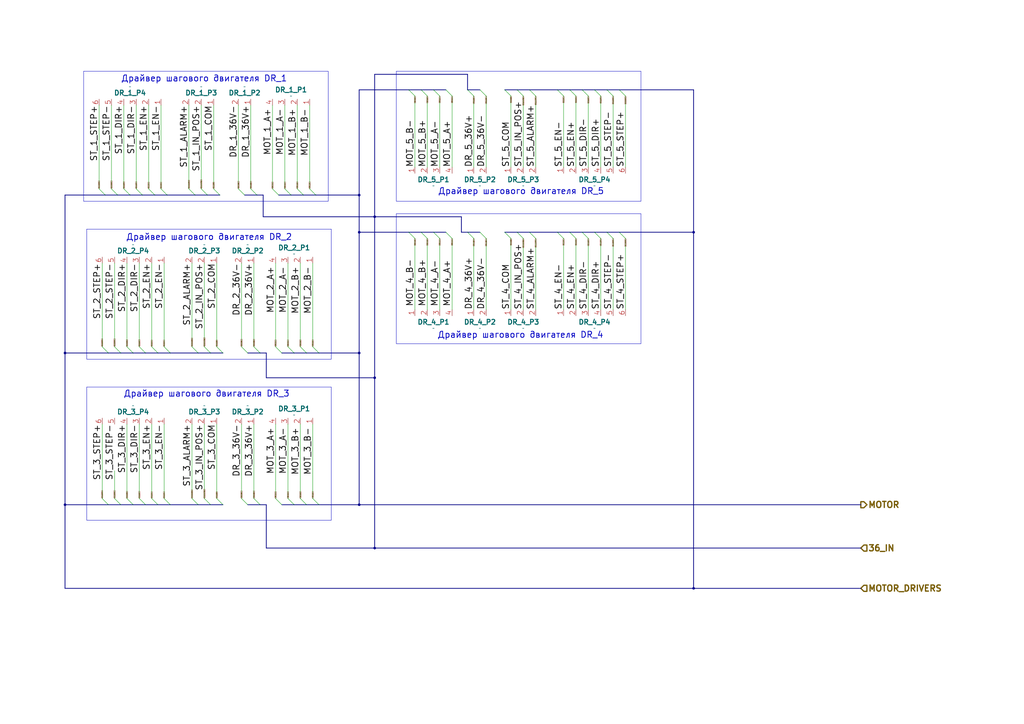
<source format=kicad_sch>
(kicad_sch (version 20250114) (generator "eeschema") (generator_version "9.0")
  (paper "A3")
  (lib_symbols
    (symbol "Conn_01x04_(wide)_1"
      (property "Reference" "J" (at 0 0 0))
      (symbol "Conn_01x04_(wide)_1_1_1"
        (pin input line (at -2.54 -5.08 0) (length 2.54) (name "") (number "1"))
        (pin input line (at -2.54 -10.16 0) (length 2.54) (name "") (number "2"))
        (pin input line (at -2.54 -15.24 0) (length 2.54) (name "") (number "3"))
        (pin input line (at -2.54 -20.32 0) (length 2.54) (name "") (number "4"))
      )
    )
    (symbol "Connector:Conn_01x02_(wide)"
      (property "Reference" "J" (at 0 0 0))
      (symbol "Conn_01x02_(wide)_1_1"
        (pin input line (at -2.54 -5.08 0) (length 2.54) (name "") (number "1"))
        (pin input line (at -2.54 -10.16 0) (length 2.54) (name "") (number "2"))
      )
    )
    (symbol "Connector:Conn_01x03_(wide)"
      (property "Reference" "J" (at 0 0 0))
      (symbol "Conn_01x03_(wide)_1_1"
        (pin input line (at -2.54 -5.08 0) (length 2.54) (name "") (number "1"))
        (pin input line (at -2.54 -10.16 0) (length 2.54) (name "") (number "2"))
        (pin input line (at -2.54 -15.24 0) (length 2.54) (name "") (number "2"))
      )
    )
    (symbol "Connector:Conn_01x06_(wide)"
      (property "Reference" "J" (at 0 0 0))
      (symbol "Conn_01x06_(wide)_1_1"
        (pin input line (at -2.54 -5.08 0) (length 2.54) (name "") (number "1"))
        (pin input line (at -2.54 -10.16 0) (length 2.54) (name "") (number "2"))
        (pin input line (at -2.54 -15.24 0) (length 2.54) (name "") (number "3"))
        (pin input line (at -2.54 -20.32 0) (length 2.54) (name "") (number "4"))
        (pin input line (at -2.54 -25.4 0) (length 2.54) (name "") (number "5"))
        (pin input line (at -2.54 -30.48 0) (length 2.54) (name "") (number "6"))
      )
    )
  )
  (rectangle (start 135.89 213.36) (end 35.56 158.75))
  (rectangle (start 162.56 29.21) (end 262.89 82.55))
  (rectangle (start 135.89 147.32) (end 35.56 93.98))
  (rectangle (start 162.56 87.63) (end 262.89 140.97))
  (rectangle (start 134.62 82.55) (end 34.29 29.21))
  (text "Драйвер шагового двигателя DR_2" (at 119.888 98.806 0) (effects (font (size 2.5 2.5) (thickness 0.3125)) (justify right bottom)))
  (text "Драйвер шагового двигателя DR_1" (at 117.856 33.782 0) (effects (font (size 2.5 2.5) (thickness 0.3125)) (justify right bottom)))
  (text "Драйвер шагового двигателя DR_4" (at 179.324 138.938 0) (effects (font (size 2.5 2.5) (thickness 0.3125)) (justify left bottom)))
  (text "Драйвер шагового двигателя DR_5" (at 179.578 80.01 0) (effects (font (size 2.5 2.5) (thickness 0.3125)) (justify left bottom)))
  (text "Драйвер шагового двигателя DR_3" (at 118.872 163.068 0) (effects (font (size 2.5 2.5) (thickness 0.3125)) (justify right bottom)))
  (junction (at 284.48 95.25))
  (junction (at 147.32 80.01))
  (junction (at 147.32 95.25))
  (junction (at 26.67 144.78))
  (junction (at 153.67 224.79))
  (junction (at 153.67 88.9))
  (junction (at 284.48 241.3))
  (junction (at 26.67 207.01))
  (junction (at 153.67 154.94))
  (junction (at 147.32 144.78))
  (junction (at 147.32 207.01))
  (bus_entry (at 182.88 36.83) (size 2.54 2.54))
  (bus_entry (at 58.42 80.01) (size -2.54 -2.54))
  (bus_entry (at 69.85 207.01) (size -2.54 -2.54))
  (bus_entry (at 119.38 80.01) (size -2.54 -2.54))
  (bus_entry (at 243.84 95.25) (size 2.54 2.54))
  (bus_entry (at 101.6 207.01) (size -2.54 -2.54))
  (bus_entry (at 182.88 95.25) (size 2.54 2.54))
  (bus_entry (at 248.92 36.83) (size 2.54 2.54))
  (bus_entry (at 124.46 80.01) (size -2.54 -2.54))
  (bus_entry (at 167.64 36.83) (size 2.54 2.54))
  (bus_entry (at 90.17 80.01) (size -2.54 -2.54))
  (bus_entry (at 106.68 144.78) (size -2.54 -2.54))
  (bus_entry (at 177.8 36.83) (size 2.54 2.54))
  (bus_entry (at 233.68 95.25) (size 2.54 2.54))
  (bus_entry (at 64.77 207.01) (size -2.54 -2.54))
  (bus_entry (at 54.61 144.78) (size -2.54 -2.54))
  (bus_entry (at 217.17 95.25) (size 2.54 2.54))
  (bus_entry (at 100.33 80.01) (size -2.54 -2.54))
  (bus_entry (at 48.26 80.01) (size -2.54 -2.54))
  (bus_entry (at 254 36.83) (size 2.54 2.54))
  (bus_entry (at 86.36 144.78) (size -2.54 -2.54))
  (bus_entry (at 191.77 36.83) (size 2.54 2.54))
  (bus_entry (at 80.01 80.01) (size -2.54 -2.54))
  (bus_entry (at 125.73 207.01) (size -2.54 -2.54))
  (bus_entry (at 228.6 36.83) (size 2.54 2.54))
  (bus_entry (at 59.69 144.78) (size -2.54 -2.54))
  (bus_entry (at 207.01 36.83) (size 2.54 2.54))
  (bus_entry (at 228.6 95.25) (size 2.54 2.54))
  (bus_entry (at 63.5 80.01) (size -2.54 -2.54))
  (bus_entry (at 105.41 80.01) (size -2.54 -2.54))
  (bus_entry (at 53.34 80.01) (size -2.54 -2.54))
  (bus_entry (at 54.61 207.01) (size -2.54 -2.54))
  (bus_entry (at 69.85 144.78) (size -2.54 -2.54))
  (bus_entry (at 43.18 80.01) (size -2.54 -2.54))
  (bus_entry (at 91.44 207.01) (size -2.54 -2.54))
  (bus_entry (at 207.01 95.25) (size 2.54 2.54))
  (bus_entry (at 106.68 207.01) (size -2.54 -2.54))
  (bus_entry (at 86.36 207.01) (size -2.54 -2.54))
  (bus_entry (at 177.8 95.25) (size 2.54 2.54))
  (bus_entry (at 68.58 80.01) (size -2.54 -2.54))
  (bus_entry (at 81.28 144.78) (size -2.54 -2.54))
  (bus_entry (at 49.53 144.78) (size -2.54 -2.54))
  (bus_entry (at 243.84 36.83) (size 2.54 2.54))
  (bus_entry (at 172.72 36.83) (size 2.54 2.54))
  (bus_entry (at 81.28 207.01) (size -2.54 -2.54))
  (bus_entry (at 44.45 144.78) (size -2.54 -2.54))
  (bus_entry (at 129.54 80.01) (size -2.54 -2.54))
  (bus_entry (at 130.81 207.01) (size -2.54 -2.54))
  (bus_entry (at 167.64 95.25) (size 2.54 2.54))
  (bus_entry (at 114.3 80.01) (size -2.54 -2.54))
  (bus_entry (at 191.77 95.25) (size 2.54 2.54))
  (bus_entry (at 238.76 95.25) (size 2.54 2.54))
  (bus_entry (at 217.17 36.83) (size 2.54 2.54))
  (bus_entry (at 115.57 144.78) (size -2.54 -2.54))
  (bus_entry (at 233.68 36.83) (size 2.54 2.54))
  (bus_entry (at 64.77 144.78) (size -2.54 -2.54))
  (bus_entry (at 130.81 144.78) (size -2.54 -2.54))
  (bus_entry (at 125.73 144.78) (size -2.54 -2.54))
  (bus_entry (at 172.72 95.25) (size 2.54 2.54))
  (bus_entry (at 212.09 36.83) (size 2.54 2.54))
  (bus_entry (at 59.69 207.01) (size -2.54 -2.54))
  (bus_entry (at 254 95.25) (size 2.54 2.54))
  (bus_entry (at 49.53 207.01) (size -2.54 -2.54))
  (bus_entry (at 85.09 80.01) (size -2.54 -2.54))
  (bus_entry (at 196.85 36.83) (size 2.54 2.54))
  (bus_entry (at 115.57 207.01) (size -2.54 -2.54))
  (bus_entry (at 212.09 95.25) (size 2.54 2.54))
  (bus_entry (at 120.65 144.78) (size -2.54 -2.54))
  (bus_entry (at 120.65 207.01) (size -2.54 -2.54))
  (bus_entry (at 196.85 95.25) (size 2.54 2.54))
  (bus_entry (at 91.44 144.78) (size -2.54 -2.54))
  (bus_entry (at 101.6 144.78) (size -2.54 -2.54))
  (bus_entry (at 44.45 207.01) (size -2.54 -2.54))
  (bus_entry (at 238.76 36.83) (size 2.54 2.54))
  (bus_entry (at 248.92 95.25) (size 2.54 2.54))
  (wire (pts (xy 62.23 204.47) (xy 62.23 173.99)))
  (bus (pts (xy 191.77 30.48) (xy 153.67 30.48)))
  (bus (pts (xy 248.92 36.83) (xy 254 36.83)))
  (wire (pts (xy 55.88 77.47) (xy 55.88 43.18)))
  (bus (pts (xy 26.67 80.01) (xy 43.18 80.01)))
  (bus (pts (xy 238.76 36.83) (xy 243.84 36.83)))
  (bus (pts (xy 124.46 80.01) (xy 119.38 80.01)))
  (bus (pts (xy 130.81 207.01) (xy 125.73 207.01)))
  (wire (pts (xy 219.71 97.79) (xy 219.71 127)))
  (bus (pts (xy 254 95.25) (xy 284.48 95.25)))
  (wire (pts (xy 102.87 77.47) (xy 102.87 43.18)))
  (wire (pts (xy 180.34 127) (xy 180.34 97.79)))
  (wire (pts (xy 185.42 39.37) (xy 185.42 68.58)))
  (bus (pts (xy 109.22 224.79) (xy 153.67 224.79)))
  (bus (pts (xy 105.41 80.01) (xy 100.33 80.01)))
  (wire (pts (xy 52.07 142.24) (xy 52.07 107.95)))
  (wire (pts (xy 67.31 107.95) (xy 67.31 142.24)))
  (wire (pts (xy 170.18 39.37) (xy 170.18 68.58)))
  (wire (pts (xy 123.19 142.24) (xy 123.19 107.95)))
  (bus (pts (xy 120.65 144.78) (xy 115.57 144.78)))
  (bus (pts (xy 189.23 88.9) (xy 153.67 88.9)))
  (bus (pts (xy 153.67 224.79) (xy 153.67 154.94)))
  (bus (pts (xy 228.6 95.25) (xy 233.68 95.25)))
  (bus (pts (xy 147.32 95.25) (xy 147.32 144.78)))
  (wire (pts (xy 251.46 39.37) (xy 251.46 68.58)))
  (bus (pts (xy 48.26 80.01) (xy 43.18 80.01)))
  (bus (pts (xy 189.23 95.25) (xy 189.23 88.9)))
  (bus (pts (xy 81.28 207.01) (xy 69.85 207.01)))
  (bus (pts (xy 284.48 241.3) (xy 353.06 241.3)))
  (bus (pts (xy 120.65 207.01) (xy 115.57 207.01)))
  (wire (pts (xy 219.71 39.37) (xy 219.71 68.58)))
  (wire (pts (xy 62.23 142.24) (xy 62.23 107.95)))
  (wire (pts (xy 214.63 39.37) (xy 214.63 68.58)))
  (bus (pts (xy 26.67 80.01) (xy 26.67 144.78)))
  (wire (pts (xy 87.63 77.47) (xy 87.63 43.18)))
  (bus (pts (xy 233.68 36.83) (xy 238.76 36.83)))
  (bus (pts (xy 54.61 207.01) (xy 49.53 207.01)))
  (bus (pts (xy 68.58 80.01) (xy 63.5 80.01)))
  (bus (pts (xy 64.77 144.78) (xy 59.69 144.78)))
  (bus (pts (xy 217.17 36.83) (xy 228.6 36.83)))
  (bus (pts (xy 153.67 88.9) (xy 153.67 154.94)))
  (bus (pts (xy 130.81 144.78) (xy 147.32 144.78)))
  (wire (pts (xy 77.47 77.47) (xy 77.47 43.18)))
  (bus (pts (xy 130.81 207.01) (xy 147.32 207.01)))
  (bus (pts (xy 129.54 80.01) (xy 124.46 80.01)))
  (bus (pts (xy 191.77 36.83) (xy 196.85 36.83)))
  (wire (pts (xy 78.74 204.47) (xy 78.74 173.99)))
  (bus (pts (xy 233.68 95.25) (xy 238.76 95.25)))
  (wire (pts (xy 46.99 142.24) (xy 46.99 107.95)))
  (wire (pts (xy 99.06 204.47) (xy 99.06 173.99)))
  (bus (pts (xy 109.22 207.01) (xy 109.22 224.79)))
  (wire (pts (xy 214.63 97.79) (xy 214.63 127)))
  (bus (pts (xy 177.8 95.25) (xy 182.88 95.25)))
  (wire (pts (xy 185.42 97.79) (xy 185.42 127)))
  (wire (pts (xy 241.3 97.79) (xy 241.3 127)))
  (wire (pts (xy 236.22 97.79) (xy 236.22 127)))
  (wire (pts (xy 67.31 204.47) (xy 67.31 173.99)))
  (wire (pts (xy 104.14 204.47) (xy 104.14 173.99)))
  (wire (pts (xy 41.91 204.47) (xy 41.91 173.99)))
  (bus (pts (xy 238.76 95.25) (xy 243.84 95.25)))
  (bus (pts (xy 191.77 36.83) (xy 191.77 30.48)))
  (bus (pts (xy 91.44 207.01) (xy 86.36 207.01)))
  (bus (pts (xy 106.68 144.78) (xy 109.22 144.78)))
  (wire (pts (xy 40.64 77.47) (xy 40.64 43.18)))
  (wire (pts (xy 175.26 97.79) (xy 175.26 127)))
  (wire (pts (xy 236.22 39.37) (xy 236.22 68.58)))
  (bus (pts (xy 91.44 144.78) (xy 86.36 144.78)))
  (bus (pts (xy 191.77 95.25) (xy 189.23 95.25)))
  (wire (pts (xy 116.84 43.18) (xy 116.84 77.47)))
  (wire (pts (xy 241.3 39.37) (xy 241.3 68.58)))
  (bus (pts (xy 26.67 207.01) (xy 44.45 207.01)))
  (bus (pts (xy 125.73 207.01) (xy 120.65 207.01)))
  (wire (pts (xy 118.11 107.95) (xy 118.11 142.24)))
  (wire (pts (xy 113.03 204.47) (xy 113.03 173.99)))
  (bus (pts (xy 172.72 95.25) (xy 177.8 95.25)))
  (bus (pts (xy 54.61 144.78) (xy 49.53 144.78)))
  (bus (pts (xy 119.38 80.01) (xy 114.3 80.01)))
  (wire (pts (xy 209.55 39.37) (xy 209.55 68.58)))
  (wire (pts (xy 251.46 97.79) (xy 251.46 127)))
  (wire (pts (xy 194.31 97.79) (xy 194.31 127)))
  (bus (pts (xy 167.64 95.25) (xy 172.72 95.25)))
  (bus (pts (xy 254 36.83) (xy 284.48 36.83)))
  (wire (pts (xy 46.99 204.47) (xy 46.99 193.04)))
  (bus (pts (xy 107.95 80.01) (xy 107.95 88.9)))
  (wire (pts (xy 50.8 77.47) (xy 50.8 43.18)))
  (bus (pts (xy 167.64 36.83) (xy 147.32 36.83)))
  (bus (pts (xy 125.73 144.78) (xy 120.65 144.78)))
  (bus (pts (xy 49.53 144.78) (xy 44.45 144.78)))
  (wire (pts (xy 52.07 204.47) (xy 52.07 173.99)))
  (bus (pts (xy 212.09 36.83) (xy 217.17 36.83)))
  (bus (pts (xy 167.64 36.83) (xy 172.72 36.83)))
  (bus (pts (xy 106.68 207.01) (xy 109.22 207.01)))
  (wire (pts (xy 88.9 142.24) (xy 88.9 107.95)))
  (wire (pts (xy 97.79 77.47) (xy 97.79 43.18)))
  (wire (pts (xy 123.19 204.47) (xy 123.19 173.99)))
  (wire (pts (xy 128.27 142.24) (xy 128.27 107.95)))
  (bus (pts (xy 284.48 36.83) (xy 284.48 95.25)))
  (bus (pts (xy 130.81 144.78) (xy 125.73 144.78)))
  (bus (pts (xy 64.77 207.01) (xy 59.69 207.01)))
  (bus (pts (xy 106.68 207.01) (xy 101.6 207.01)))
  (bus (pts (xy 26.67 144.78) (xy 26.67 207.01)))
  (bus (pts (xy 69.85 207.01) (xy 64.77 207.01)))
  (bus (pts (xy 106.68 144.78) (xy 101.6 144.78)))
  (bus (pts (xy 59.69 207.01) (xy 54.61 207.01)))
  (bus (pts (xy 212.09 95.25) (xy 217.17 95.25)))
  (bus (pts (xy 69.85 144.78) (xy 64.77 144.78)))
  (wire (pts (xy 246.38 39.37) (xy 246.38 68.58)))
  (wire (pts (xy 83.82 204.47) (xy 83.82 173.99)))
  (wire (pts (xy 99.06 142.24) (xy 99.06 107.95)))
  (wire (pts (xy 111.76 77.47) (xy 111.76 43.18)))
  (wire (pts (xy 128.27 204.47) (xy 128.27 173.99)))
  (bus (pts (xy 63.5 80.01) (xy 58.42 80.01)))
  (wire (pts (xy 180.34 68.58) (xy 180.34 39.37)))
  (bus (pts (xy 85.09 80.01) (xy 80.01 80.01)))
  (wire (pts (xy 104.14 142.24) (xy 104.14 107.95)))
  (bus (pts (xy 53.34 80.01) (xy 48.26 80.01)))
  (bus (pts (xy 90.17 80.01) (xy 85.09 80.01)))
  (bus (pts (xy 109.22 144.78) (xy 109.22 154.94)))
  (bus (pts (xy 147.32 36.83) (xy 147.32 80.01)))
  (bus (pts (xy 284.48 95.25) (xy 284.48 241.3)))
  (wire (pts (xy 57.15 204.47) (xy 57.15 173.99)))
  (wire (pts (xy 256.54 97.79) (xy 256.54 127)))
  (bus (pts (xy 177.8 36.83) (xy 182.88 36.83)))
  (wire (pts (xy 66.04 77.47) (xy 66.04 43.18)))
  (wire (pts (xy 45.72 77.47) (xy 45.72 43.18)))
  (bus (pts (xy 86.36 207.01) (xy 81.28 207.01)))
  (bus (pts (xy 147.32 95.25) (xy 167.64 95.25)))
  (wire (pts (xy 113.03 142.24) (xy 113.03 107.95)))
  (wire (pts (xy 127 77.47) (xy 127 43.18)))
  (bus (pts (xy 26.67 144.78) (xy 44.45 144.78)))
  (bus (pts (xy 147.32 80.01) (xy 147.32 95.25)))
  (bus (pts (xy 191.77 95.25) (xy 196.85 95.25)))
  (wire (pts (xy 175.26 39.37) (xy 175.26 68.58)))
  (wire (pts (xy 231.14 39.37) (xy 231.14 68.58)))
  (bus (pts (xy 217.17 95.25) (xy 228.6 95.25)))
  (bus (pts (xy 105.41 80.01) (xy 107.95 80.01)))
  (wire (pts (xy 83.82 142.24) (xy 83.82 107.95)))
  (wire (pts (xy 41.91 142.24) (xy 41.91 107.95)))
  (bus (pts (xy 172.72 36.83) (xy 177.8 36.83)))
  (bus (pts (xy 26.67 241.3) (xy 284.48 241.3)))
  (wire (pts (xy 170.18 97.79) (xy 170.18 127)))
  (wire (pts (xy 246.38 97.79) (xy 246.38 127)))
  (bus (pts (xy 107.95 88.9) (xy 153.67 88.9)))
  (wire (pts (xy 78.74 142.24) (xy 78.74 107.95)))
  (wire (pts (xy 82.55 77.47) (xy 82.55 43.18)))
  (bus (pts (xy 109.22 154.94) (xy 153.67 154.94)))
  (wire (pts (xy 57.15 142.24) (xy 57.15 107.95)))
  (bus (pts (xy 81.28 144.78) (xy 69.85 144.78)))
  (bus (pts (xy 153.67 30.48) (xy 153.67 88.9)))
  (bus (pts (xy 26.67 207.01) (xy 26.67 241.3)))
  (wire (pts (xy 256.54 39.37) (xy 256.54 68.58)))
  (wire (pts (xy 209.55 97.79) (xy 209.55 127)))
  (bus (pts (xy 86.36 144.78) (xy 81.28 144.78)))
  (bus (pts (xy 80.01 80.01) (xy 68.58 80.01)))
  (bus (pts (xy 147.32 144.78) (xy 147.32 207.01)))
  (wire (pts (xy 199.39 39.37) (xy 199.39 68.58)))
  (bus (pts (xy 207.01 95.25) (xy 212.09 95.25)))
  (wire (pts (xy 194.31 39.37) (xy 194.31 68.58)))
  (wire (pts (xy 199.39 97.79) (xy 199.39 127)))
  (bus (pts (xy 59.69 144.78) (xy 54.61 144.78)))
  (wire (pts (xy 231.14 97.79) (xy 231.14 127)))
  (wire (pts (xy 60.96 77.47) (xy 60.96 43.18)))
  (wire (pts (xy 88.9 204.47) (xy 88.9 173.99)))
  (bus (pts (xy 129.54 80.01) (xy 147.32 80.01)))
  (bus (pts (xy 243.84 95.25) (xy 248.92 95.25)))
  (bus (pts (xy 147.32 207.01) (xy 353.06 207.01)))
  (wire (pts (xy 121.92 77.47) (xy 121.92 43.18)))
  (wire (pts (xy 118.11 173.99) (xy 118.11 204.47)))
  (bus (pts (xy 248.92 95.25) (xy 254 95.25)))
  (bus (pts (xy 44.45 207.01) (xy 49.53 207.01)))
  (bus (pts (xy 153.67 224.79) (xy 353.06 224.79)))
  (bus (pts (xy 228.6 36.83) (xy 233.68 36.83)))
  (bus (pts (xy 207.01 36.83) (xy 212.09 36.83)))
  (bus (pts (xy 58.42 80.01) (xy 53.34 80.01)))
  (bus (pts (xy 243.84 36.83) (xy 248.92 36.83)))
  (label "ST_2_EN-" (at 67.31 107.95 270) (effects (font (size 2.5 2.5) (thickness 0.3125))))
  (label "MOT_2_A+" (at 113.03 109.22 270) (effects (font (size 2.5 2.5) (thickness 0.3125))))
  (label "ST_2_STEP-" (at 46.99 107.95 270) (effects (font (size 2.5 2.5) (thickness 0.3125))))
  (label "ST_5_STEP+" (at 256.54 68.58 90) (effects (font (size 2.5 2.5) (thickness 0.3125))))
  (label "ST_3_EN-" (at 67.31 173.99 270) (effects (font (size 2.5 2.5) (thickness 0.3125))))
  (label "ST_4_DIR-" (at 241.3 127 90) (effects (font (size 2.5 2.5) (thickness 0.3125))))
  (label "MOT_2_B+" (at 123.19 109.22 270) (effects (font (size 2.5 2.5) (thickness 0.3125))))
  (label "ST_1_COM" (at 87.63 43.18 270) (effects (font (size 2.5 2.5) (thickness 0.3125))))
  (label "ST_5_DIR-" (at 241.3 68.58 90) (effects (font (size 2.5 2.5) (thickness 0.3125))))
  (label "ST_4_STEP+" (at 256.54 127 90) (effects (font (size 2.5 2.5) (thickness 0.3125))))
  (label "MOT_1_A-" (at 116.84 44.45 270) (effects (font (size 2.5 2.5) (thickness 0.3125))))
  (label "ST_2_DIR-" (at 57.15 107.95 270) (effects (font (size 2.5 2.5) (thickness 0.3125))))
  (label "ST_3_EN+" (at 62.23 173.99 270) (effects (font (size 2.5 2.5) (thickness 0.3125))))
  (label "ST_5_EN-" (at 231.14 68.58 90) (effects (font (size 2.5 2.5) (thickness 0.3125))))
  (label "DR_4_36V+" (at 194.31 127 90) (effects (font (size 2.5 2.5) (thickness 0.3125))))
  (label "MOT_4_B-" (at 170.18 125.73 90) (effects (font (size 2.5 2.5) (thickness 0.3125))))
  (label "ST_1_DIR-" (at 55.88 43.18 270) (effects (font (size 2.5 2.5) (thickness 0.3125))))
  (label "MOT_5_B-" (at 170.18 68.58 90) (effects (font (size 2.5 2.5) (thickness 0.3125))))
  (label "ST_1_ALARM+" (at 77.47 43.18 270) (effects (font (size 2.5 2.5) (thickness 0.3125))))
  (label "MOT_5_A-" (at 180.34 68.58 90) (effects (font (size 2.5 2.5) (thickness 0.3125))))
  (label "MOT_3_A+" (at 113.03 175.26 270) (effects (font (size 2.5 2.5) (thickness 0.3125))))
  (label "ST_4_ALARM+" (at 219.71 127 90) (effects (font (size 2.5 2.5) (thickness 0.3125))))
  (label "ST_1_IN_POS+" (at 82.55 43.18 270) (effects (font (size 2.5 2.5) (thickness 0.3125))))
  (label "ST_2_ALARM+" (at 78.74 107.95 270) (effects (font (size 2.5 2.5) (thickness 0.3125))))
  (label "ST_2_EN+" (at 62.23 107.95 270) (effects (font (size 2.5 2.5) (thickness 0.3125))))
  (label "ST_4_IN_POS+" (at 214.63 127 90) (effects (font (size 2.5 2.5) (thickness 0.3125))))
  (label "ST_5_COM" (at 209.55 68.58 90) (effects (font (size 2.5 2.5) (thickness 0.3125))))
  (label "ST_2_STEP+" (at 41.91 107.95 270) (effects (font (size 2.5 2.5) (thickness 0.3125))))
  (label "ST_5_EN+" (at 236.22 68.58 90) (effects (font (size 2.5 2.5) (thickness 0.3125))))
  (label "ST_1_EN-" (at 66.04 43.18 270) (effects (font (size 2.5 2.5) (thickness 0.3125))))
  (label "ST_3_STEP+" (at 41.91 173.99 270) (effects (font (size 2.5 2.5) (thickness 0.3125))))
  (label "ST_3_DIR+" (at 52.07 173.99 270) (effects (font (size 2.5 2.5) (thickness 0.3125))))
  (label "MOT_2_B-" (at 128.27 109.22 270) (effects (font (size 2.5 2.5) (thickness 0.3125))))
  (label "ST_5_ALARM+" (at 219.71 68.58 90) (effects (font (size 2.5 2.5) (thickness 0.3125))))
  (label "ST_2_DIR+" (at 52.07 107.95 270) (effects (font (size 2.5 2.5) (thickness 0.3125))))
  (label "DR_1_36V+" (at 102.87 43.18 270) (effects (font (size 2.5 2.5) (thickness 0.3125))))
  (label "MOT_1_A+" (at 111.76 44.45 270) (effects (font (size 2.5 2.5) (thickness 0.3125))))
  (label "ST_1_DIR+" (at 50.8 43.18 270) (effects (font (size 2.5 2.5) (thickness 0.3125))))
  (label "ST_5_STEP-" (at 251.46 68.58 90) (effects (font (size 2.5 2.5) (thickness 0.3125))))
  (label "MOT_4_A+" (at 185.42 125.73 90) (effects (font (size 2.5 2.5) (thickness 0.3125))))
  (label "MOT_1_B+" (at 121.92 44.45 270) (effects (font (size 2.5 2.5) (thickness 0.3125))))
  (label "MOT_5_B+" (at 175.26 68.58 90) (effects (font (size 2.5 2.5) (thickness 0.3125))))
  (label "DR_4_36V-" (at 199.39 127 90) (effects (font (size 2.5 2.5) (thickness 0.3125))))
  (label "ST_1_STEP-" (at 45.72 43.18 270) (effects (font (size 2.5 2.5) (thickness 0.3125))))
  (label "ST_3_DIR-" (at 57.15 173.99 270) (effects (font (size 2.5 2.5) (thickness 0.3125))))
  (label "MOT_3_B+" (at 123.19 175.26 270) (effects (font (size 2.5 2.5) (thickness 0.3125))))
  (label "ST_3_COM" (at 88.9 173.99 270) (effects (font (size 2.5 2.5) (thickness 0.3125))))
  (label "MOT_3_B-" (at 128.27 175.26 270) (effects (font (size 2.5 2.5) (thickness 0.3125))))
  (label "MOT_4_A-" (at 180.34 125.73 90) (effects (font (size 2.5 2.5) (thickness 0.3125))))
  (label "ST_5_DIR+" (at 246.38 68.58 90) (effects (font (size 2.5 2.5) (thickness 0.3125))))
  (label "ST_1_STEP+" (at 40.64 43.18 270) (effects (font (size 2.5 2.5) (thickness 0.3125))))
  (label "ST_2_COM" (at 88.9 107.95 270) (effects (font (size 2.5 2.5) (thickness 0.3125))))
  (label "ST_4_COM" (at 209.55 127 90) (effects (font (size 2.5 2.5) (thickness 0.3125))))
  (label "ST_3_STEP-" (at 46.99 173.99 270) (effects (font (size 2.5 2.5) (thickness 0.3125))))
  (label "ST_1_EN+" (at 60.96 43.18 270) (effects (font (size 2.5 2.5) (thickness 0.3125))))
  (label "DR_1_36V-" (at 97.79 43.18 270) (effects (font (size 2.5 2.5) (thickness 0.3125))))
  (label "ST_4_STEP-" (at 251.46 127 90) (effects (font (size 2.5 2.5) (thickness 0.3125))))
  (label "ST_5_IN_POS+" (at 214.63 68.58 90) (effects (font (size 2.5 2.5) (thickness 0.3125))))
  (label "DR_5_36V+" (at 194.31 68.58 90) (effects (font (size 2.5 2.5) (thickness 0.3125))))
  (label "MOT_2_A-" (at 118.11 109.22 270) (effects (font (size 2.5 2.5) (thickness 0.3125))))
  (label "ST_2_IN_POS+" (at 83.82 107.95 270) (effects (font (size 2.5 2.5) (thickness 0.3125))))
  (label "DR_3_36V+" (at 104.14 173.99 270) (effects (font (size 2.5 2.5) (thickness 0.3125))))
  (label "ST_3_ALARM+" (at 78.74 173.99 270) (effects (font (size 2.5 2.5) (thickness 0.3125))))
  (label "MOT_1_B-" (at 127 44.45 270) (effects (font (size 2.5 2.5) (thickness 0.3125))))
  (label "DR_2_36V+" (at 104.14 107.95 270) (effects (font (size 2.5 2.5) (thickness 0.3125))))
  (label "ST_4_EN+" (at 236.22 127 90) (effects (font (size 2.5 2.5) (thickness 0.3125))))
  (label "DR_3_36V-" (at 99.06 173.99 270) (effects (font (size 2.5 2.5) (thickness 0.3125))))
  (label "MOT_3_A-" (at 118.11 175.26 270) (effects (font (size 2.5 2.5) (thickness 0.3125))))
  (label "MOT_4_B+" (at 175.26 125.73 90) (effects (font (size 2.5 2.5) (thickness 0.3125))))
  (label "DR_5_36V-" (at 199.39 68.58 90) (effects (font (size 2.5 2.5) (thickness 0.3125))))
  (label "ST_4_DIR+" (at 246.38 127 90) (effects (font (size 2.5 2.5) (thickness 0.3125))))
  (label "ST_3_IN_POS+" (at 83.82 173.99 270) (effects (font (size 2.5 2.5) (thickness 0.3125))))
  (label "MOT_5_A+" (at 185.42 68.58 90) (effects (font (size 2.5 2.5) (thickness 0.3125))))
  (label "ST_4_EN-" (at 231.14 127 90) (effects (font (size 2.5 2.5) (thickness 0.3125))))
  (label "DR_2_36V-" (at 99.06 107.95 270) (effects (font (size 2.5 2.5) (thickness 0.3125))))
  (global_label "ST_1_ALARM+" (shape input) (at 77.47 77.47 90) (effects (font (size 0.3 0.3))) (property "Intersheetrefs" "${INTERSHEET_REFS}" (effects (hide yes))))
  (global_label "MOT_1_A-" (shape input) (at 116.84 77.47 90) (effects (font (size 0.3 0.3))) (property "Intersheetrefs" "${INTERSHEET_REFS}" (effects (hide yes))))
  (global_label "ST_4_EN-" (shape input) (at 231.14 97.79 270) (effects (font (size 0.3 0.3))) (property "Intersheetrefs" "${INTERSHEET_REFS}" (effects (hide yes))))
  (global_label "ST_2_DIR+" (shape input) (at 52.07 142.24 90) (effects (font (size 0.3 0.3))) (property "Intersheetrefs" "${INTERSHEET_REFS}" (effects (hide yes))))
  (global_label "MOT_5_B-" (shape input) (at 170.18 39.37 270) (effects (font (size 0.3 0.3))) (property "Intersheetrefs" "${INTERSHEET_REFS}" (effects (hide yes))))
  (global_label "ST_1_STEP+" (shape input) (at 40.64 77.47 90) (effects (font (size 0.3 0.3))) (property "Intersheetrefs" "${INTERSHEET_REFS}" (effects (hide yes))))
  (global_label "ST_4_STEP-" (shape input) (at 251.46 97.79 270) (effects (font (size 0.3 0.3))) (property "Intersheetrefs" "${INTERSHEET_REFS}" (effects (hide yes))))
  (global_label "ST_4_DIR+" (shape input) (at 246.38 97.79 270) (effects (font (size 0.3 0.3))) (property "Intersheetrefs" "${INTERSHEET_REFS}" (effects (hide yes))))
  (global_label "ST_2_DIR-" (shape input) (at 57.15 142.24 90) (effects (font (size 0.3 0.3))) (property "Intersheetrefs" "${INTERSHEET_REFS}" (effects (hide yes))))
  (global_label "ST_3_COM" (shape input) (at 88.9 204.47 90) (effects (font (size 0.3 0.3))) (property "Intersheetrefs" "${INTERSHEET_REFS}" (effects (hide yes))))
  (global_label "ST_2_IN_POS+" (shape input) (at 83.82 142.24 90) (effects (font (size 0.3 0.3))) (property "Intersheetrefs" "${INTERSHEET_REFS}" (effects (hide yes))))
  (global_label "MOT_4_B-" (shape input) (at 170.18 97.79 270) (effects (font (size 0.3 0.3))) (property "Intersheetrefs" "${INTERSHEET_REFS}" (effects (hide yes))))
  (global_label "DR_2_36V-" (shape input) (at 99.06 142.24 90) (effects (font (size 0.3 0.3))) (property "Intersheetrefs" "${INTERSHEET_REFS}" (effects (hide yes))))
  (global_label "ST_5_STEP+" (shape input) (at 256.54 39.37 270) (effects (font (size 0.3 0.3))) (property "Intersheetrefs" "${INTERSHEET_REFS}" (effects (hide yes))))
  (global_label "MOT_2_B-" (shape input) (at 128.27 142.24 90) (effects (font (size 0.3 0.3))) (property "Intersheetrefs" "${INTERSHEET_REFS}" (effects (hide yes))))
  (global_label "ST_4_DIR-" (shape input) (at 241.3 97.79 270) (effects (font (size 0.3 0.3))) (property "Intersheetrefs" "${INTERSHEET_REFS}" (effects (hide yes))))
  (global_label "ST_5_DIR-" (shape input) (at 241.3 39.37 270) (effects (font (size 0.3 0.3))) (property "Intersheetrefs" "${INTERSHEET_REFS}" (effects (hide yes))))
  (global_label "DR_5_36V-" (shape input) (at 199.39 39.37 270) (effects (font (size 0.3 0.3))) (property "Intersheetrefs" "${INTERSHEET_REFS}" (effects (hide yes))))
  (global_label "DR_5_36V+" (shape input) (at 194.31 39.37 270) (effects (font (size 0.3 0.3))) (property "Intersheetrefs" "${INTERSHEET_REFS}" (effects (hide yes))))
  (global_label "ST_4_COM" (shape input) (at 209.55 97.79 270) (effects (font (size 0.3 0.3))) (property "Intersheetrefs" "${INTERSHEET_REFS}" (effects (hide yes))))
  (global_label "MOT_4_B+" (shape input) (at 175.26 97.79 270) (effects (font (size 0.3 0.3))) (property "Intersheetrefs" "${INTERSHEET_REFS}" (effects (hide yes))))
  (global_label "ST_2_EN-" (shape input) (at 67.31 142.24 90) (effects (font (size 0.3 0.3))) (property "Intersheetrefs" "${INTERSHEET_REFS}" (effects (hide yes))))
  (global_label "ST_1_EN+" (shape input) (at 60.96 77.47 90) (effects (font (size 0.3 0.3))) (property "Intersheetrefs" "${INTERSHEET_REFS}" (effects (hide yes))))
  (global_label "ST_5_EN+" (shape input) (at 236.22 39.37 270) (effects (font (size 0.3 0.3))) (property "Intersheetrefs" "${INTERSHEET_REFS}" (effects (hide yes))))
  (global_label "ST_3_STEP+" (shape input) (at 41.91 204.47 90) (effects (font (size 0.3 0.3))) (property "Intersheetrefs" "${INTERSHEET_REFS}" (effects (hide yes))))
  (global_label "DR_3_36V+" (shape input) (at 104.14 204.47 90) (effects (font (size 0.3 0.3))) (property "Intersheetrefs" "${INTERSHEET_REFS}" (effects (hide yes))))
  (global_label "MOT_4_A+" (shape input) (at 185.42 97.79 270) (effects (font (size 0.3 0.3))) (property "Intersheetrefs" "${INTERSHEET_REFS}" (effects (hide yes))))
  (global_label "ST_3_DIR-" (shape input) (at 57.15 204.47 90) (effects (font (size 0.3 0.3))) (property "Intersheetrefs" "${INTERSHEET_REFS}" (effects (hide yes))))
  (global_label "MOT_1_B-" (shape input) (at 127 77.47 90) (effects (font (size 0.3 0.3))) (property "Intersheetrefs" "${INTERSHEET_REFS}" (effects (hide yes))))
  (global_label "ST_2_ALARM+" (shape input) (at 78.74 142.24 90) (effects (font (size 0.3 0.3))) (property "Intersheetrefs" "${INTERSHEET_REFS}" (effects (hide yes))))
  (global_label "ST_1_EN-" (shape input) (at 66.04 77.47 90) (effects (font (size 0.3 0.3))) (property "Intersheetrefs" "${INTERSHEET_REFS}" (effects (hide yes))))
  (global_label "DR_1_36V+" (shape input) (at 102.87 77.47 90) (effects (font (size 0.3 0.3))) (property "Intersheetrefs" "${INTERSHEET_REFS}" (effects (hide yes))))
  (global_label "ST_2_STEP-" (shape input) (at 46.99 142.24 90) (effects (font (size 0.3 0.3))) (property "Intersheetrefs" "${INTERSHEET_REFS}" (effects (hide yes))))
  (global_label "ST_5_DIR+" (shape input) (at 246.38 39.37 270) (effects (font (size 0.3 0.3))) (property "Intersheetrefs" "${INTERSHEET_REFS}" (effects (hide yes))))
  (global_label "ST_1_IN_POS+" (shape input) (at 82.55 77.47 90) (effects (font (size 0.3 0.3))) (property "Intersheetrefs" "${INTERSHEET_REFS}" (effects (hide yes))))
  (global_label "ST_4_EN+" (shape input) (at 236.22 97.79 270) (effects (font (size 0.3 0.3))) (property "Intersheetrefs" "${INTERSHEET_REFS}" (effects (hide yes))))
  (global_label "ST_1_COM" (shape input) (at 87.63 77.47 90) (effects (font (size 0.3 0.3))) (property "Intersheetrefs" "${INTERSHEET_REFS}" (effects (hide yes))))
  (global_label "MOT_3_B+" (shape input) (at 123.19 204.47 90) (effects (font (size 0.3 0.3))) (property "Intersheetrefs" "${INTERSHEET_REFS}" (effects (hide yes))))
  (global_label "DR_1_36V-" (shape input) (at 97.79 77.47 90) (effects (font (size 0.3 0.3))) (property "Intersheetrefs" "${INTERSHEET_REFS}" (effects (hide yes))))
  (global_label "MOT_5_A+" (shape input) (at 185.42 39.37 270) (effects (font (size 0.3 0.3))) (property "Intersheetrefs" "${INTERSHEET_REFS}" (effects (hide yes))))
  (global_label "ST_3_EN-" (shape input) (at 67.31 204.47 90) (effects (font (size 0.3 0.3))) (property "Intersheetrefs" "${INTERSHEET_REFS}" (effects (hide yes))))
  (global_label "ST_3_DIR+" (shape input) (at 52.07 204.47 90) (effects (font (size 0.3 0.3))) (property "Intersheetrefs" "${INTERSHEET_REFS}" (effects (hide yes))))
  (global_label "ST_5_COM" (shape input) (at 209.55 39.37 270) (effects (font (size 0.3 0.3))) (property "Intersheetrefs" "${INTERSHEET_REFS}" (effects (hide yes))))
  (global_label "ST_1_STEP-" (shape input) (at 45.72 77.47 90) (effects (font (size 0.3 0.3))) (property "Intersheetrefs" "${INTERSHEET_REFS}" (effects (hide yes))))
  (global_label "ST_4_IN_POS+" (shape input) (at 214.63 97.79 270) (effects (font (size 0.3 0.3))) (property "Intersheetrefs" "${INTERSHEET_REFS}" (effects (hide yes))))
  (global_label "ST_3_STEP-" (shape input) (at 46.99 204.47 90) (effects (font (size 0.3 0.3))) (property "Intersheetrefs" "${INTERSHEET_REFS}" (effects (hide yes))))
  (global_label "MOT_1_B+" (shape input) (at 121.92 77.47 90) (effects (font (size 0.3 0.3))) (property "Intersheetrefs" "${INTERSHEET_REFS}" (effects (hide yes))))
  (global_label "DR_4_36V-" (shape input) (at 199.39 97.79 270) (effects (font (size 0.3 0.3))) (property "Intersheetrefs" "${INTERSHEET_REFS}" (effects (hide yes))))
  (global_label "ST_3_ALARM+" (shape input) (at 78.74 204.47 90) (effects (font (size 0.3 0.3))) (property "Intersheetrefs" "${INTERSHEET_REFS}" (effects (hide yes))))
  (global_label "MOT_2_A-" (shape input) (at 118.11 142.24 90) (effects (font (size 0.3 0.3))) (property "Intersheetrefs" "${INTERSHEET_REFS}" (effects (hide yes))))
  (global_label "ST_3_IN_POS+" (shape input) (at 83.82 204.47 90) (effects (font (size 0.3 0.3))) (property "Intersheetrefs" "${INTERSHEET_REFS}" (effects (hide yes))))
  (global_label "ST_2_EN+" (shape input) (at 62.23 142.24 90) (effects (font (size 0.3 0.3))) (property "Intersheetrefs" "${INTERSHEET_REFS}" (effects (hide yes))))
  (global_label "MOT_1_A+" (shape input) (at 111.76 77.47 90) (effects (font (size 0.3 0.3))) (property "Intersheetrefs" "${INTERSHEET_REFS}" (effects (hide yes))))
  (global_label "DR_4_36V+" (shape input) (at 194.31 97.79 270) (effects (font (size 0.3 0.3))) (property "Intersheetrefs" "${INTERSHEET_REFS}" (effects (hide yes))))
  (global_label "MOT_3_B-" (shape input) (at 128.27 204.47 90) (effects (font (size 0.3 0.3))) (property "Intersheetrefs" "${INTERSHEET_REFS}" (effects (hide yes))))
  (global_label "DR_3_36V-" (shape input) (at 99.06 204.47 90) (effects (font (size 0.3 0.3))) (property "Intersheetrefs" "${INTERSHEET_REFS}" (effects (hide yes))))
  (global_label "ST_2_STEP+" (shape input) (at 41.91 142.24 90) (effects (font (size 0.3 0.3))) (property "Intersheetrefs" "${INTERSHEET_REFS}" (effects (hide yes))))
  (global_label "ST_4_ALARM+" (shape input) (at 219.71 97.79 270) (effects (font (size 0.3 0.3))) (property "Intersheetrefs" "${INTERSHEET_REFS}" (effects (hide yes))))
  (global_label "ST_5_EN-" (shape input) (at 231.14 39.37 270) (effects (font (size 0.3 0.3))) (property "Intersheetrefs" "${INTERSHEET_REFS}" (effects (hide yes))))
  (global_label "MOT_4_A-" (shape input) (at 180.34 97.79 270) (effects (font (size 0.3 0.3))) (property "Intersheetrefs" "${INTERSHEET_REFS}" (effects (hide yes))))
  (global_label "ST_5_IN_POS+" (shape input) (at 214.63 39.37 270) (effects (font (size 0.3 0.3))) (property "Intersheetrefs" "${INTERSHEET_REFS}" (effects (hide yes))))
  (global_label "MOT_3_A+" (shape input) (at 113.03 204.47 90) (effects (font (size 0.3 0.3))) (property "Intersheetrefs" "${INTERSHEET_REFS}" (effects (hide yes))))
  (global_label "DR_2_36V+" (shape input) (at 104.14 142.24 90) (effects (font (size 0.3 0.3))) (property "Intersheetrefs" "${INTERSHEET_REFS}" (effects (hide yes))))
  (global_label "ST_1_DIR+" (shape input) (at 50.8 77.47 90) (effects (font (size 0.3 0.3))) (property "Intersheetrefs" "${INTERSHEET_REFS}" (effects (hide yes))))
  (global_label "MOT_2_B+" (shape input) (at 123.19 142.24 90) (effects (font (size 0.3 0.3))) (property "Intersheetrefs" "${INTERSHEET_REFS}" (effects (hide yes))))
  (global_label "MOT_3_A-" (shape input) (at 118.11 204.47 90) (effects (font (size 0.3 0.3))) (property "Intersheetrefs" "${INTERSHEET_REFS}" (effects (hide yes))))
  (global_label "ST_5_STEP-" (shape input) (at 251.46 39.37 270) (effects (font (size 0.3 0.3))) (property "Intersheetrefs" "${INTERSHEET_REFS}" (effects (hide yes))))
  (global_label "ST_1_DIR-" (shape input) (at 55.88 77.47 90) (effects (font (size 0.3 0.3))) (property "Intersheetrefs" "${INTERSHEET_REFS}" (effects (hide yes))))
  (global_label "MOT_2_A+" (shape input) (at 113.03 142.24 90) (effects (font (size 0.3 0.3))) (property "Intersheetrefs" "${INTERSHEET_REFS}" (effects (hide yes))))
  (global_label "ST_4_STEP+" (shape input) (at 256.54 97.79 270) (effects (font (size 0.3 0.3))) (property "Intersheetrefs" "${INTERSHEET_REFS}" (effects (hide yes))))
  (global_label "MOT_5_A-" (shape input) (at 180.34 39.37 270) (effects (font (size 0.3 0.3))) (property "Intersheetrefs" "${INTERSHEET_REFS}" (effects (hide yes))))
  (global_label "MOT_5_B+" (shape input) (at 175.26 39.37 270) (effects (font (size 0.3 0.3))) (property "Intersheetrefs" "${INTERSHEET_REFS}" (effects (hide yes))))
  (global_label "ST_2_COM" (shape input) (at 88.9 142.24 90) (effects (font (size 0.3 0.3))) (property "Intersheetrefs" "${INTERSHEET_REFS}" (effects (hide yes))))
  (global_label "ST_5_ALARM+" (shape input) (at 219.71 39.37 270) (effects (font (size 0.3 0.3))) (property "Intersheetrefs" "${INTERSHEET_REFS}" (effects (hide yes))))
  (global_label "ST_3_EN+" (shape input) (at 62.23 204.47 90) (effects (font (size 0.3 0.3))) (property "Intersheetrefs" "${INTERSHEET_REFS}" (effects (hide yes))))
  (hierarchical_label "MOTOR_DRIVERS" (shape input) (at 353.06 241.3 0) (effects (font (size 2.5 2.5) (thickness 0.5) (bold yes))))
  (hierarchical_label "36_IN" (shape input) (at 353.06 224.79 0) (effects (font (size 2.5 2.5) (thickness 0.5) (bold yes))))
  (hierarchical_label "MOTOR" (shape output) (at 353.06 207.01 0) (effects (font (size 2.5 2.5) (thickness 0.5) (bold yes))))
  (symbol (lib_name "Conn_01x04_(wide)_1") (lib_id "Connector:Conn_01x04_(wide)") (at 133.35 171.45 270) (mirror x) (unit 1)
    (property "Reference" "DR_3_P1" (at 120.65 167.64 90) (effects (font (size 2 2) (thickness 0.4) (bold yes))))
    (property "Value" "~" (at 120.65 170.18 90))
  )
  (symbol (lib_name "Conn_01x04_(wide)_1") (lib_id "Connector:Conn_01x04_(wide)") (at 165.1 129.54 90) (mirror x) (unit 1)
    (property "Reference" "DR_4_P1" (at 177.8 132.08 90) (effects (font (size 2 2) (thickness 0.4) (bold yes))))
    (property "Value" "~" (at 177.8 134.62 90))
  )
  (symbol (lib_id "Connector:Conn_01x02_(wide)") (at 189.23 129.54 90) (mirror x) (unit 1)
    (property "Reference" "DR_4_P2" (at 196.85 132.08 90) (effects (font (size 2 2) (thickness 0.4) (bold yes))))
    (property "Value" "~" (at 196.85 134.62 90))
  )
  (symbol (lib_id "Connector:Conn_01x03_(wide)") (at 92.71 40.64 270) (mirror x) (unit 1)
    (property "Reference" "DR_1_P3" (at 82.55 38.1 90) (effects (font (size 2 2) (thickness 0.4) (bold yes))))
    (property "Value" "~" (at 82.55 35.56 90))
  )
  (symbol (lib_id "Connector:Conn_01x03_(wide)") (at 93.98 105.41 270) (mirror x) (unit 1)
    (property "Reference" "DR_2_P3" (at 83.82 102.87 90) (effects (font (size 2 2) (thickness 0.4) (bold yes))))
    (property "Value" "~" (at 83.82 100.33 90))
  )
  (symbol (lib_id "Connector:Conn_01x06_(wide)") (at 71.12 40.64 270) (mirror x) (unit 1)
    (property "Reference" "DR_1_P4" (at 53.34 38.1 90) (effects (font (size 2 2) (thickness 0.4) (bold yes))))
    (property "Value" "~" (at 53.34 35.56 90))
  )
  (symbol (lib_name "Conn_01x04_(wide)_1") (lib_id "Connector:Conn_01x04_(wide)") (at 132.08 40.64 270) (mirror x) (unit 1)
    (property "Reference" "DR_1_P1" (at 119.38 36.83 90) (effects (font (size 2 2) (thickness 0.4) (bold yes))))
    (property "Value" "~" (at 119.38 39.37 90))
  )
  (symbol (lib_id "Connector:Conn_01x02_(wide)") (at 109.22 171.45 270) (mirror x) (unit 1)
    (property "Reference" "DR_3_P2" (at 101.6 168.91 90) (effects (font (size 2 2) (thickness 0.4) (bold yes))))
    (property "Value" "~" (at 101.6 166.37 90))
  )
  (symbol (lib_id "Connector:Conn_01x02_(wide)") (at 107.95 40.64 270) (mirror x) (unit 1)
    (property "Reference" "DR_1_P2" (at 100.33 38.1 90) (effects (font (size 2 2) (thickness 0.4) (bold yes))))
    (property "Value" "~" (at 100.33 35.56 90))
  )
  (symbol (lib_id "Connector:Conn_01x06_(wide)") (at 72.39 105.41 270) (mirror x) (unit 1)
    (property "Reference" "DR_2_P4" (at 54.61 102.87 90) (effects (font (size 2 2) (thickness 0.4) (bold yes))))
    (property "Value" "~" (at 54.61 100.33 90))
  )
  (symbol (lib_name "Conn_01x04_(wide)_1") (lib_id "Connector:Conn_01x04_(wide)") (at 165.1 71.12 90) (mirror x) (unit 1)
    (property "Reference" "DR_5_P1" (at 177.8 73.66 90) (effects (font (size 2 2) (thickness 0.4) (bold yes))))
    (property "Value" "~" (at 177.8 76.2 90))
  )
  (symbol (lib_name "Conn_01x04_(wide)_1") (lib_id "Connector:Conn_01x04_(wide)") (at 133.35 105.41 270) (mirror x) (unit 1)
    (property "Reference" "DR_2_P1" (at 120.65 101.6 90) (effects (font (size 2 2) (thickness 0.4) (bold yes))))
    (property "Value" "~" (at 120.65 104.14 90))
  )
  (symbol (lib_id "Connector:Conn_01x03_(wide)") (at 204.47 71.12 90) (mirror x) (unit 1)
    (property "Reference" "DR_5_P3" (at 214.63 73.66 90) (effects (font (size 2 2) (thickness 0.4) (bold yes))))
    (property "Value" "~" (at 214.63 76.2 90))
  )
  (symbol (lib_id "Connector:Conn_01x03_(wide)") (at 93.98 171.45 270) (mirror x) (unit 1)
    (property "Reference" "DR_3_P3" (at 83.82 168.91 90) (effects (font (size 2 2) (thickness 0.4) (bold yes))))
    (property "Value" "~" (at 83.82 166.37 90))
  )
  (symbol (lib_id "Connector:Conn_01x02_(wide)") (at 109.22 105.41 270) (mirror x) (unit 1)
    (property "Reference" "DR_2_P2" (at 101.6 102.87 90) (effects (font (size 2 2) (thickness 0.4) (bold yes))))
    (property "Value" "~" (at 101.6 100.33 90))
  )
  (symbol (lib_id "Connector:Conn_01x02_(wide)") (at 189.23 71.12 90) (mirror x) (unit 1)
    (property "Reference" "DR_5_P2" (at 196.85 73.66 90) (effects (font (size 2 2) (thickness 0.4) (bold yes))))
    (property "Value" "~" (at 196.85 76.2 90))
  )
  (symbol (lib_id "Connector:Conn_01x03_(wide)") (at 204.47 129.54 90) (mirror x) (unit 1)
    (property "Reference" "DR_4_P3" (at 214.63 132.08 90) (effects (font (size 2 2) (thickness 0.4) (bold yes))))
    (property "Value" "~" (at 214.63 134.62 90))
  )
  (symbol (lib_id "Connector:Conn_01x06_(wide)") (at 226.06 71.12 90) (mirror x) (unit 1)
    (property "Reference" "DR_5_P4" (at 243.84 73.66 90) (effects (font (size 2 2) (thickness 0.4) (bold yes))))
    (property "Value" "~" (at 243.84 76.2 90))
  )
  (symbol (lib_id "Connector:Conn_01x06_(wide)") (at 72.39 171.45 270) (mirror x) (unit 1)
    (property "Reference" "DR_3_P4" (at 54.61 168.91 90) (effects (font (size 2 2) (thickness 0.4) (bold yes))))
    (property "Value" "~" (at 54.61 166.37 90))
  )
  (symbol (lib_id "Connector:Conn_01x06_(wide)") (at 226.06 129.54 90) (mirror x) (unit 1)
    (property "Reference" "DR_4_P4" (at 243.84 132.08 90) (effects (font (size 2 2) (thickness 0.4) (bold yes))))
    (property "Value" "~" (at 243.84 134.62 90))
  )
)
</source>
